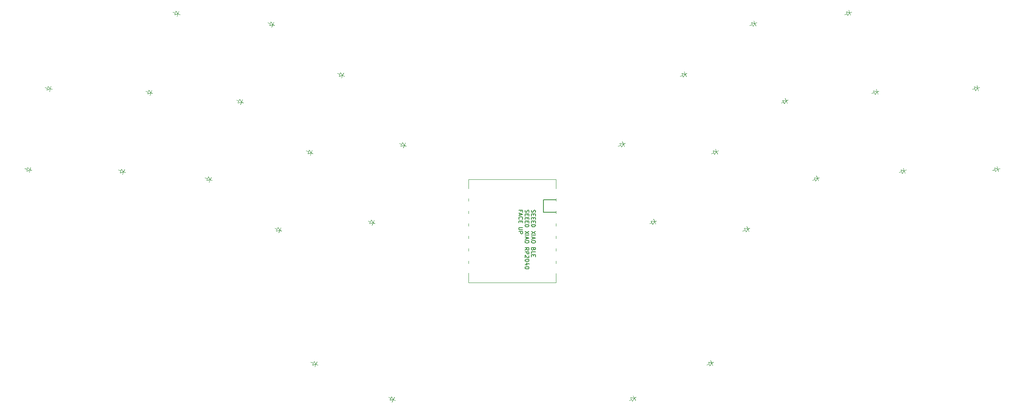
<source format=gto>
G04 #@! TF.GenerationSoftware,KiCad,Pcbnew,7.0.5-0*
G04 #@! TF.CreationDate,2023-07-18T22:32:37-04:00*
G04 #@! TF.ProjectId,tern,7465726e-2e6b-4696-9361-645f70636258,v1.0.0*
G04 #@! TF.SameCoordinates,Original*
G04 #@! TF.FileFunction,Legend,Top*
G04 #@! TF.FilePolarity,Positive*
%FSLAX46Y46*%
G04 Gerber Fmt 4.6, Leading zero omitted, Abs format (unit mm)*
G04 Created by KiCad (PCBNEW 7.0.5-0) date 2023-07-18 22:32:37*
%MOMM*%
%LPD*%
G01*
G04 APERTURE LIST*
G04 Aperture macros list*
%AMRotRect*
0 Rectangle, with rotation*
0 The origin of the aperture is its center*
0 $1 length*
0 $2 width*
0 $3 Rotation angle, in degrees counterclockwise*
0 Add horizontal line*
21,1,$1,$2,0,0,$3*%
G04 Aperture macros list end*
%ADD10C,0.150000*%
%ADD11C,0.100000*%
%ADD12C,0.120000*%
%ADD13O,2.750000X1.800000*%
%ADD14R,2.750000X1.800000*%
%ADD15C,1.701800*%
%ADD16C,3.000000*%
%ADD17C,3.429000*%
%ADD18RotRect,0.900000X1.200000X202.000000*%
%ADD19RotRect,0.900000X1.200000X158.000000*%
%ADD20RotRect,0.900000X1.200000X161.000000*%
%ADD21RotRect,0.900000X1.200000X199.000000*%
%ADD22C,2.200000*%
%ADD23RotRect,0.900000X1.200000X207.000000*%
%ADD24RotRect,0.900000X1.200000X166.000000*%
%ADD25RotRect,0.900000X1.200000X194.000000*%
%ADD26C,4.400000*%
%ADD27RotRect,0.900000X1.200000X153.000000*%
G04 APERTURE END LIST*
D10*
X236858801Y-165320646D02*
X236820705Y-165434932D01*
X236820705Y-165434932D02*
X236820705Y-165625408D01*
X236820705Y-165625408D02*
X236858801Y-165701599D01*
X236858801Y-165701599D02*
X236896896Y-165739694D01*
X236896896Y-165739694D02*
X236973086Y-165777789D01*
X236973086Y-165777789D02*
X237049277Y-165777789D01*
X237049277Y-165777789D02*
X237125467Y-165739694D01*
X237125467Y-165739694D02*
X237163562Y-165701599D01*
X237163562Y-165701599D02*
X237201658Y-165625408D01*
X237201658Y-165625408D02*
X237239753Y-165473027D01*
X237239753Y-165473027D02*
X237277848Y-165396837D01*
X237277848Y-165396837D02*
X237315943Y-165358742D01*
X237315943Y-165358742D02*
X237392134Y-165320646D01*
X237392134Y-165320646D02*
X237468324Y-165320646D01*
X237468324Y-165320646D02*
X237544515Y-165358742D01*
X237544515Y-165358742D02*
X237582610Y-165396837D01*
X237582610Y-165396837D02*
X237620705Y-165473027D01*
X237620705Y-165473027D02*
X237620705Y-165663504D01*
X237620705Y-165663504D02*
X237582610Y-165777789D01*
X237239753Y-166120647D02*
X237239753Y-166387313D01*
X236820705Y-166501599D02*
X236820705Y-166120647D01*
X236820705Y-166120647D02*
X237620705Y-166120647D01*
X237620705Y-166120647D02*
X237620705Y-166501599D01*
X237239753Y-166844457D02*
X237239753Y-167111123D01*
X236820705Y-167225409D02*
X236820705Y-166844457D01*
X236820705Y-166844457D02*
X237620705Y-166844457D01*
X237620705Y-166844457D02*
X237620705Y-167225409D01*
X237239753Y-167568267D02*
X237239753Y-167834933D01*
X236820705Y-167949219D02*
X236820705Y-167568267D01*
X236820705Y-167568267D02*
X237620705Y-167568267D01*
X237620705Y-167568267D02*
X237620705Y-167949219D01*
X236820705Y-168292077D02*
X237620705Y-168292077D01*
X237620705Y-168292077D02*
X237620705Y-168482553D01*
X237620705Y-168482553D02*
X237582610Y-168596839D01*
X237582610Y-168596839D02*
X237506420Y-168673029D01*
X237506420Y-168673029D02*
X237430229Y-168711124D01*
X237430229Y-168711124D02*
X237277848Y-168749220D01*
X237277848Y-168749220D02*
X237163562Y-168749220D01*
X237163562Y-168749220D02*
X237011181Y-168711124D01*
X237011181Y-168711124D02*
X236934991Y-168673029D01*
X236934991Y-168673029D02*
X236858801Y-168596839D01*
X236858801Y-168596839D02*
X236820705Y-168482553D01*
X236820705Y-168482553D02*
X236820705Y-168292077D01*
X237620705Y-169625410D02*
X236820705Y-170158744D01*
X237620705Y-170158744D02*
X236820705Y-169625410D01*
X236820705Y-170463506D02*
X237620705Y-170463506D01*
X237049277Y-170806362D02*
X237049277Y-171187315D01*
X236820705Y-170730172D02*
X237620705Y-170996839D01*
X237620705Y-170996839D02*
X236820705Y-171263505D01*
X237620705Y-171682553D02*
X237620705Y-171834934D01*
X237620705Y-171834934D02*
X237582610Y-171911124D01*
X237582610Y-171911124D02*
X237506420Y-171987315D01*
X237506420Y-171987315D02*
X237354039Y-172025410D01*
X237354039Y-172025410D02*
X237087372Y-172025410D01*
X237087372Y-172025410D02*
X236934991Y-171987315D01*
X236934991Y-171987315D02*
X236858801Y-171911124D01*
X236858801Y-171911124D02*
X236820705Y-171834934D01*
X236820705Y-171834934D02*
X236820705Y-171682553D01*
X236820705Y-171682553D02*
X236858801Y-171606362D01*
X236858801Y-171606362D02*
X236934991Y-171530172D01*
X236934991Y-171530172D02*
X237087372Y-171492076D01*
X237087372Y-171492076D02*
X237354039Y-171492076D01*
X237354039Y-171492076D02*
X237506420Y-171530172D01*
X237506420Y-171530172D02*
X237582610Y-171606362D01*
X237582610Y-171606362D02*
X237620705Y-171682553D01*
X237239753Y-173244457D02*
X237201658Y-173358743D01*
X237201658Y-173358743D02*
X237163562Y-173396838D01*
X237163562Y-173396838D02*
X237087372Y-173434934D01*
X237087372Y-173434934D02*
X236973086Y-173434934D01*
X236973086Y-173434934D02*
X236896896Y-173396838D01*
X236896896Y-173396838D02*
X236858801Y-173358743D01*
X236858801Y-173358743D02*
X236820705Y-173282553D01*
X236820705Y-173282553D02*
X236820705Y-172977791D01*
X236820705Y-172977791D02*
X237620705Y-172977791D01*
X237620705Y-172977791D02*
X237620705Y-173244457D01*
X237620705Y-173244457D02*
X237582610Y-173320648D01*
X237582610Y-173320648D02*
X237544515Y-173358743D01*
X237544515Y-173358743D02*
X237468324Y-173396838D01*
X237468324Y-173396838D02*
X237392134Y-173396838D01*
X237392134Y-173396838D02*
X237315943Y-173358743D01*
X237315943Y-173358743D02*
X237277848Y-173320648D01*
X237277848Y-173320648D02*
X237239753Y-173244457D01*
X237239753Y-173244457D02*
X237239753Y-172977791D01*
X236820705Y-174158743D02*
X236820705Y-173777791D01*
X236820705Y-173777791D02*
X237620705Y-173777791D01*
X237239753Y-174425410D02*
X237239753Y-174692076D01*
X236820705Y-174806362D02*
X236820705Y-174425410D01*
X236820705Y-174425410D02*
X237620705Y-174425410D01*
X237620705Y-174425410D02*
X237620705Y-174806362D01*
X235570801Y-165320646D02*
X235532705Y-165434932D01*
X235532705Y-165434932D02*
X235532705Y-165625408D01*
X235532705Y-165625408D02*
X235570801Y-165701599D01*
X235570801Y-165701599D02*
X235608896Y-165739694D01*
X235608896Y-165739694D02*
X235685086Y-165777789D01*
X235685086Y-165777789D02*
X235761277Y-165777789D01*
X235761277Y-165777789D02*
X235837467Y-165739694D01*
X235837467Y-165739694D02*
X235875562Y-165701599D01*
X235875562Y-165701599D02*
X235913658Y-165625408D01*
X235913658Y-165625408D02*
X235951753Y-165473027D01*
X235951753Y-165473027D02*
X235989848Y-165396837D01*
X235989848Y-165396837D02*
X236027943Y-165358742D01*
X236027943Y-165358742D02*
X236104134Y-165320646D01*
X236104134Y-165320646D02*
X236180324Y-165320646D01*
X236180324Y-165320646D02*
X236256515Y-165358742D01*
X236256515Y-165358742D02*
X236294610Y-165396837D01*
X236294610Y-165396837D02*
X236332705Y-165473027D01*
X236332705Y-165473027D02*
X236332705Y-165663504D01*
X236332705Y-165663504D02*
X236294610Y-165777789D01*
X235951753Y-166120647D02*
X235951753Y-166387313D01*
X235532705Y-166501599D02*
X235532705Y-166120647D01*
X235532705Y-166120647D02*
X236332705Y-166120647D01*
X236332705Y-166120647D02*
X236332705Y-166501599D01*
X235951753Y-166844457D02*
X235951753Y-167111123D01*
X235532705Y-167225409D02*
X235532705Y-166844457D01*
X235532705Y-166844457D02*
X236332705Y-166844457D01*
X236332705Y-166844457D02*
X236332705Y-167225409D01*
X235951753Y-167568267D02*
X235951753Y-167834933D01*
X235532705Y-167949219D02*
X235532705Y-167568267D01*
X235532705Y-167568267D02*
X236332705Y-167568267D01*
X236332705Y-167568267D02*
X236332705Y-167949219D01*
X235532705Y-168292077D02*
X236332705Y-168292077D01*
X236332705Y-168292077D02*
X236332705Y-168482553D01*
X236332705Y-168482553D02*
X236294610Y-168596839D01*
X236294610Y-168596839D02*
X236218420Y-168673029D01*
X236218420Y-168673029D02*
X236142229Y-168711124D01*
X236142229Y-168711124D02*
X235989848Y-168749220D01*
X235989848Y-168749220D02*
X235875562Y-168749220D01*
X235875562Y-168749220D02*
X235723181Y-168711124D01*
X235723181Y-168711124D02*
X235646991Y-168673029D01*
X235646991Y-168673029D02*
X235570801Y-168596839D01*
X235570801Y-168596839D02*
X235532705Y-168482553D01*
X235532705Y-168482553D02*
X235532705Y-168292077D01*
X236332705Y-169625410D02*
X235532705Y-170158744D01*
X236332705Y-170158744D02*
X235532705Y-169625410D01*
X235532705Y-170463506D02*
X236332705Y-170463506D01*
X235761277Y-170806362D02*
X235761277Y-171187315D01*
X235532705Y-170730172D02*
X236332705Y-170996839D01*
X236332705Y-170996839D02*
X235532705Y-171263505D01*
X236332705Y-171682553D02*
X236332705Y-171834934D01*
X236332705Y-171834934D02*
X236294610Y-171911124D01*
X236294610Y-171911124D02*
X236218420Y-171987315D01*
X236218420Y-171987315D02*
X236066039Y-172025410D01*
X236066039Y-172025410D02*
X235799372Y-172025410D01*
X235799372Y-172025410D02*
X235646991Y-171987315D01*
X235646991Y-171987315D02*
X235570801Y-171911124D01*
X235570801Y-171911124D02*
X235532705Y-171834934D01*
X235532705Y-171834934D02*
X235532705Y-171682553D01*
X235532705Y-171682553D02*
X235570801Y-171606362D01*
X235570801Y-171606362D02*
X235646991Y-171530172D01*
X235646991Y-171530172D02*
X235799372Y-171492076D01*
X235799372Y-171492076D02*
X236066039Y-171492076D01*
X236066039Y-171492076D02*
X236218420Y-171530172D01*
X236218420Y-171530172D02*
X236294610Y-171606362D01*
X236294610Y-171606362D02*
X236332705Y-171682553D01*
X235532705Y-173434934D02*
X235913658Y-173168267D01*
X235532705Y-172977791D02*
X236332705Y-172977791D01*
X236332705Y-172977791D02*
X236332705Y-173282553D01*
X236332705Y-173282553D02*
X236294610Y-173358743D01*
X236294610Y-173358743D02*
X236256515Y-173396838D01*
X236256515Y-173396838D02*
X236180324Y-173434934D01*
X236180324Y-173434934D02*
X236066039Y-173434934D01*
X236066039Y-173434934D02*
X235989848Y-173396838D01*
X235989848Y-173396838D02*
X235951753Y-173358743D01*
X235951753Y-173358743D02*
X235913658Y-173282553D01*
X235913658Y-173282553D02*
X235913658Y-172977791D01*
X235532705Y-173777791D02*
X236332705Y-173777791D01*
X236332705Y-173777791D02*
X236332705Y-174082553D01*
X236332705Y-174082553D02*
X236294610Y-174158743D01*
X236294610Y-174158743D02*
X236256515Y-174196838D01*
X236256515Y-174196838D02*
X236180324Y-174234934D01*
X236180324Y-174234934D02*
X236066039Y-174234934D01*
X236066039Y-174234934D02*
X235989848Y-174196838D01*
X235989848Y-174196838D02*
X235951753Y-174158743D01*
X235951753Y-174158743D02*
X235913658Y-174082553D01*
X235913658Y-174082553D02*
X235913658Y-173777791D01*
X236256515Y-174539695D02*
X236294610Y-174577791D01*
X236294610Y-174577791D02*
X236332705Y-174653981D01*
X236332705Y-174653981D02*
X236332705Y-174844457D01*
X236332705Y-174844457D02*
X236294610Y-174920648D01*
X236294610Y-174920648D02*
X236256515Y-174958743D01*
X236256515Y-174958743D02*
X236180324Y-174996838D01*
X236180324Y-174996838D02*
X236104134Y-174996838D01*
X236104134Y-174996838D02*
X235989848Y-174958743D01*
X235989848Y-174958743D02*
X235532705Y-174501600D01*
X235532705Y-174501600D02*
X235532705Y-174996838D01*
X236332705Y-175492077D02*
X236332705Y-175568267D01*
X236332705Y-175568267D02*
X236294610Y-175644458D01*
X236294610Y-175644458D02*
X236256515Y-175682553D01*
X236256515Y-175682553D02*
X236180324Y-175720648D01*
X236180324Y-175720648D02*
X236027943Y-175758743D01*
X236027943Y-175758743D02*
X235837467Y-175758743D01*
X235837467Y-175758743D02*
X235685086Y-175720648D01*
X235685086Y-175720648D02*
X235608896Y-175682553D01*
X235608896Y-175682553D02*
X235570801Y-175644458D01*
X235570801Y-175644458D02*
X235532705Y-175568267D01*
X235532705Y-175568267D02*
X235532705Y-175492077D01*
X235532705Y-175492077D02*
X235570801Y-175415886D01*
X235570801Y-175415886D02*
X235608896Y-175377791D01*
X235608896Y-175377791D02*
X235685086Y-175339696D01*
X235685086Y-175339696D02*
X235837467Y-175301600D01*
X235837467Y-175301600D02*
X236027943Y-175301600D01*
X236027943Y-175301600D02*
X236180324Y-175339696D01*
X236180324Y-175339696D02*
X236256515Y-175377791D01*
X236256515Y-175377791D02*
X236294610Y-175415886D01*
X236294610Y-175415886D02*
X236332705Y-175492077D01*
X236066039Y-176444458D02*
X235532705Y-176444458D01*
X236370801Y-176253982D02*
X235799372Y-176063505D01*
X235799372Y-176063505D02*
X235799372Y-176558744D01*
X236332705Y-177015887D02*
X236332705Y-177092077D01*
X236332705Y-177092077D02*
X236294610Y-177168268D01*
X236294610Y-177168268D02*
X236256515Y-177206363D01*
X236256515Y-177206363D02*
X236180324Y-177244458D01*
X236180324Y-177244458D02*
X236027943Y-177282553D01*
X236027943Y-177282553D02*
X235837467Y-177282553D01*
X235837467Y-177282553D02*
X235685086Y-177244458D01*
X235685086Y-177244458D02*
X235608896Y-177206363D01*
X235608896Y-177206363D02*
X235570801Y-177168268D01*
X235570801Y-177168268D02*
X235532705Y-177092077D01*
X235532705Y-177092077D02*
X235532705Y-177015887D01*
X235532705Y-177015887D02*
X235570801Y-176939696D01*
X235570801Y-176939696D02*
X235608896Y-176901601D01*
X235608896Y-176901601D02*
X235685086Y-176863506D01*
X235685086Y-176863506D02*
X235837467Y-176825410D01*
X235837467Y-176825410D02*
X236027943Y-176825410D01*
X236027943Y-176825410D02*
X236180324Y-176863506D01*
X236180324Y-176863506D02*
X236256515Y-176901601D01*
X236256515Y-176901601D02*
X236294610Y-176939696D01*
X236294610Y-176939696D02*
X236332705Y-177015887D01*
X234663753Y-165625408D02*
X234663753Y-165358742D01*
X234244705Y-165358742D02*
X235044705Y-165358742D01*
X235044705Y-165358742D02*
X235044705Y-165739694D01*
X234473277Y-166006360D02*
X234473277Y-166387313D01*
X234244705Y-165930170D02*
X235044705Y-166196837D01*
X235044705Y-166196837D02*
X234244705Y-166463503D01*
X234320896Y-167187313D02*
X234282801Y-167149217D01*
X234282801Y-167149217D02*
X234244705Y-167034932D01*
X234244705Y-167034932D02*
X234244705Y-166958741D01*
X234244705Y-166958741D02*
X234282801Y-166844455D01*
X234282801Y-166844455D02*
X234358991Y-166768265D01*
X234358991Y-166768265D02*
X234435181Y-166730170D01*
X234435181Y-166730170D02*
X234587562Y-166692074D01*
X234587562Y-166692074D02*
X234701848Y-166692074D01*
X234701848Y-166692074D02*
X234854229Y-166730170D01*
X234854229Y-166730170D02*
X234930420Y-166768265D01*
X234930420Y-166768265D02*
X235006610Y-166844455D01*
X235006610Y-166844455D02*
X235044705Y-166958741D01*
X235044705Y-166958741D02*
X235044705Y-167034932D01*
X235044705Y-167034932D02*
X235006610Y-167149217D01*
X235006610Y-167149217D02*
X234968515Y-167187313D01*
X234663753Y-167530170D02*
X234663753Y-167796836D01*
X234244705Y-167911122D02*
X234244705Y-167530170D01*
X234244705Y-167530170D02*
X235044705Y-167530170D01*
X235044705Y-167530170D02*
X235044705Y-167911122D01*
X235044705Y-168863504D02*
X234397086Y-168863504D01*
X234397086Y-168863504D02*
X234320896Y-168901599D01*
X234320896Y-168901599D02*
X234282801Y-168939694D01*
X234282801Y-168939694D02*
X234244705Y-169015885D01*
X234244705Y-169015885D02*
X234244705Y-169168266D01*
X234244705Y-169168266D02*
X234282801Y-169244456D01*
X234282801Y-169244456D02*
X234320896Y-169282551D01*
X234320896Y-169282551D02*
X234397086Y-169320647D01*
X234397086Y-169320647D02*
X235044705Y-169320647D01*
X234244705Y-169701599D02*
X235044705Y-169701599D01*
X235044705Y-169701599D02*
X235044705Y-170006361D01*
X235044705Y-170006361D02*
X235006610Y-170082551D01*
X235006610Y-170082551D02*
X234968515Y-170120646D01*
X234968515Y-170120646D02*
X234892324Y-170158742D01*
X234892324Y-170158742D02*
X234778039Y-170158742D01*
X234778039Y-170158742D02*
X234701848Y-170120646D01*
X234701848Y-170120646D02*
X234663753Y-170082551D01*
X234663753Y-170082551D02*
X234625658Y-170006361D01*
X234625658Y-170006361D02*
X234625658Y-169701599D01*
D11*
X268423252Y-137497014D02*
X268052378Y-137646857D01*
X268052378Y-137646857D02*
X268258412Y-138156808D01*
X268052378Y-137646857D02*
X267846345Y-137136906D01*
X268052378Y-137646857D02*
X267645911Y-138242494D01*
X267645911Y-138242494D02*
X267346225Y-137500747D01*
X267496068Y-137871621D02*
X267032476Y-138058924D01*
X267346225Y-137500747D02*
X268052378Y-137646857D01*
X184587469Y-127750085D02*
X184216595Y-127600242D01*
X184216595Y-127600242D02*
X184010562Y-128110193D01*
X184216595Y-127600242D02*
X184422629Y-127090291D01*
X184216595Y-127600242D02*
X183510442Y-127746352D01*
X183510442Y-127746352D02*
X183810128Y-127004605D01*
X183660285Y-127375478D02*
X183196693Y-127188175D01*
X183810128Y-127004605D02*
X184216595Y-127600242D01*
X282593302Y-127188175D02*
X282222428Y-127338018D01*
X282222428Y-127338018D02*
X282428462Y-127847969D01*
X282222428Y-127338018D02*
X282016395Y-126828067D01*
X282222428Y-127338018D02*
X281815961Y-127933655D01*
X281815961Y-127933655D02*
X281516275Y-127191908D01*
X281666118Y-127562782D02*
X281202526Y-127750085D01*
X281516275Y-127191908D02*
X282222428Y-127338018D01*
X154245294Y-157660847D02*
X153867087Y-157530620D01*
X153867087Y-157530620D02*
X153688024Y-158050655D01*
X153867087Y-157530620D02*
X154046149Y-157010585D01*
X153867087Y-157530620D02*
X153169548Y-157713486D01*
X153169548Y-157713486D02*
X153430003Y-156957072D01*
X153299775Y-157335279D02*
X152827016Y-157172495D01*
X153430003Y-156957072D02*
X153867087Y-157530620D01*
X198757521Y-138058928D02*
X198386647Y-137909085D01*
X198386647Y-137909085D02*
X198180614Y-138419036D01*
X198386647Y-137909085D02*
X198592681Y-137399134D01*
X198386647Y-137909085D02*
X197680494Y-138055195D01*
X197680494Y-138055195D02*
X197980180Y-137313448D01*
X197830337Y-137684321D02*
X197366745Y-137497018D01*
X197980180Y-137313448D02*
X198386647Y-137909085D01*
X312962986Y-157172494D02*
X312584779Y-157302721D01*
X312584779Y-157302721D02*
X312763841Y-157822756D01*
X312584779Y-157302721D02*
X312405716Y-156782686D01*
X312584779Y-157302721D02*
X312147695Y-157876269D01*
X312147695Y-157876269D02*
X311887240Y-157119855D01*
X312017467Y-157498062D02*
X311544708Y-157660846D01*
X311887240Y-157119855D02*
X312584779Y-157302721D01*
X204967178Y-168070426D02*
X204596304Y-167920583D01*
X204596304Y-167920583D02*
X204390271Y-168430534D01*
X204596304Y-167920583D02*
X204802338Y-167410632D01*
X204596304Y-167920583D02*
X203890151Y-168066693D01*
X203890151Y-168066693D02*
X204189837Y-167324946D01*
X204039994Y-167695819D02*
X203576402Y-167508516D01*
X204189837Y-167324946D02*
X204596304Y-167920583D01*
X193354372Y-196813126D02*
X192983498Y-196663283D01*
X192983498Y-196663283D02*
X192777465Y-197173234D01*
X192983498Y-196663283D02*
X193189532Y-196153332D01*
X192983498Y-196663283D02*
X192277345Y-196809393D01*
X192277345Y-196809393D02*
X192577031Y-196067646D01*
X192427188Y-196438519D02*
X191963596Y-196251216D01*
X192577031Y-196067646D02*
X192983498Y-196663283D01*
X186020893Y-169583181D02*
X185650019Y-169433338D01*
X185650019Y-169433338D02*
X185443986Y-169943289D01*
X185650019Y-169433338D02*
X185856053Y-168923387D01*
X185650019Y-169433338D02*
X184943866Y-169579448D01*
X184943866Y-169579448D02*
X185243552Y-168837701D01*
X185093709Y-169208574D02*
X184630117Y-169021271D01*
X185243552Y-168837701D02*
X185650019Y-169433338D01*
X258042993Y-203372230D02*
X257686590Y-203553826D01*
X257686590Y-203553826D02*
X257936285Y-204043880D01*
X257686590Y-203553826D02*
X257436896Y-203063773D01*
X257686590Y-203553826D02*
X257333583Y-204182623D01*
X257333583Y-204182623D02*
X256970390Y-203469818D01*
X257151986Y-203826221D02*
X256706483Y-204053216D01*
X256970390Y-203469818D02*
X257686590Y-203553826D01*
X135233377Y-157240052D02*
X134845259Y-157143284D01*
X134845259Y-157143284D02*
X134712201Y-157676946D01*
X134845259Y-157143284D02*
X134978316Y-156609621D01*
X134845259Y-157143284D02*
X134166312Y-157386249D01*
X134166312Y-157386249D02*
X134359850Y-156610012D01*
X134263081Y-156998131D02*
X133777933Y-156877170D01*
X134359850Y-156610012D02*
X134845259Y-157143284D01*
X332012070Y-156877171D02*
X331623952Y-156973939D01*
X331623952Y-156973939D02*
X331757009Y-157507602D01*
X331623952Y-156973939D02*
X331490894Y-156440277D01*
X331623952Y-156973939D02*
X331138543Y-157507211D01*
X331138543Y-157507211D02*
X330945005Y-156730974D01*
X331041774Y-157119092D02*
X330556626Y-157240053D01*
X330945005Y-156730974D02*
X331623952Y-156973939D01*
X255845290Y-151746394D02*
X255474416Y-151896237D01*
X255474416Y-151896237D02*
X255680450Y-152406188D01*
X255474416Y-151896237D02*
X255268383Y-151386286D01*
X255474416Y-151896237D02*
X255067949Y-152491874D01*
X255067949Y-152491874D02*
X254768263Y-151750127D01*
X254918106Y-152121001D02*
X254454514Y-152308304D01*
X254768263Y-151750127D02*
X255474416Y-151896237D01*
X295329927Y-158712422D02*
X294959053Y-158862265D01*
X294959053Y-158862265D02*
X295165087Y-159372216D01*
X294959053Y-158862265D02*
X294753020Y-158352314D01*
X294959053Y-158862265D02*
X294552586Y-159457902D01*
X294552586Y-159457902D02*
X294252900Y-158716155D01*
X294402743Y-159087029D02*
X293939151Y-159274332D01*
X294252900Y-158716155D02*
X294959053Y-158862265D01*
X165314608Y-125513211D02*
X164936401Y-125382984D01*
X164936401Y-125382984D02*
X164757338Y-125903019D01*
X164936401Y-125382984D02*
X165115463Y-124862949D01*
X164936401Y-125382984D02*
X164238862Y-125565850D01*
X164238862Y-125565850D02*
X164499317Y-124809436D01*
X164369089Y-125187643D02*
X163896330Y-125024859D01*
X164499317Y-124809436D02*
X164936401Y-125382984D01*
X327899400Y-140382143D02*
X327511282Y-140478911D01*
X327511282Y-140478911D02*
X327644339Y-141012574D01*
X327511282Y-140478911D02*
X327378224Y-139945249D01*
X327511282Y-140478911D02*
X327025873Y-141012183D01*
X327025873Y-141012183D02*
X326832335Y-140235946D01*
X326929104Y-140624064D02*
X326443956Y-140745025D01*
X326832335Y-140235946D02*
X327511282Y-140478911D01*
X192389208Y-153821051D02*
X192018334Y-153671208D01*
X192018334Y-153671208D02*
X191812301Y-154181159D01*
X192018334Y-153671208D02*
X192224368Y-153161257D01*
X192018334Y-153671208D02*
X191312181Y-153817318D01*
X191312181Y-153817318D02*
X191611867Y-153075571D01*
X191462024Y-153446444D02*
X190998432Y-153259141D01*
X191611867Y-153075571D02*
X192018334Y-153671208D01*
X274791569Y-153259144D02*
X274420695Y-153408987D01*
X274420695Y-153408987D02*
X274626729Y-153918938D01*
X274420695Y-153408987D02*
X274214662Y-152899036D01*
X274420695Y-153408987D02*
X274014228Y-154004624D01*
X274014228Y-154004624D02*
X273714542Y-153262877D01*
X273864385Y-153633751D02*
X273400793Y-153821054D01*
X273714542Y-153262877D02*
X274420695Y-153408987D01*
X178219159Y-143512208D02*
X177848285Y-143362365D01*
X177848285Y-143362365D02*
X177642252Y-143872316D01*
X177848285Y-143362365D02*
X178054319Y-142852414D01*
X177848285Y-143362365D02*
X177142132Y-143508475D01*
X177142132Y-143508475D02*
X177441818Y-142766728D01*
X177291975Y-143137601D02*
X176828383Y-142950298D01*
X177441818Y-142766728D02*
X177848285Y-143362365D01*
X139346048Y-140745022D02*
X138957930Y-140648254D01*
X138957930Y-140648254D02*
X138824872Y-141181916D01*
X138957930Y-140648254D02*
X139090987Y-140114591D01*
X138957930Y-140648254D02*
X138278983Y-140891219D01*
X138278983Y-140891219D02*
X138472521Y-140114982D01*
X138375752Y-140503101D02*
X137890604Y-140382140D01*
X138472521Y-140114982D02*
X138957930Y-140648254D01*
X301893669Y-125024865D02*
X301515462Y-125155092D01*
X301515462Y-125155092D02*
X301694524Y-125675127D01*
X301515462Y-125155092D02*
X301336399Y-124635057D01*
X301515462Y-125155092D02*
X301078378Y-125728640D01*
X301078378Y-125728640D02*
X300817923Y-124972226D01*
X300948150Y-125350433D02*
X300475391Y-125513217D01*
X300817923Y-124972226D02*
X301515462Y-125155092D01*
X281159880Y-169021266D02*
X280789006Y-169171109D01*
X280789006Y-169171109D02*
X280995040Y-169681060D01*
X280789006Y-169171109D02*
X280582973Y-168661158D01*
X280789006Y-169171109D02*
X280382539Y-169766746D01*
X280382539Y-169766746D02*
X280082853Y-169024999D01*
X280232696Y-169395873D02*
X279769104Y-169583176D01*
X280082853Y-169024999D02*
X280789006Y-169171109D01*
X171850842Y-159274333D02*
X171479968Y-159124490D01*
X171479968Y-159124490D02*
X171273935Y-159634441D01*
X171479968Y-159124490D02*
X171686002Y-158614539D01*
X171479968Y-159124490D02*
X170773815Y-159270600D01*
X170773815Y-159270600D02*
X171073501Y-158528853D01*
X170923658Y-158899726D02*
X170460066Y-158712423D01*
X171073501Y-158528853D02*
X171479968Y-159124490D01*
X262213598Y-167508519D02*
X261842724Y-167658362D01*
X261842724Y-167658362D02*
X262048758Y-168168313D01*
X261842724Y-167658362D02*
X261636691Y-167148411D01*
X261842724Y-167658362D02*
X261436257Y-168253999D01*
X261436257Y-168253999D02*
X261136571Y-167512252D01*
X261286414Y-167883126D02*
X260822822Y-168070429D01*
X261136571Y-167512252D02*
X261842724Y-167658362D01*
D12*
X224005001Y-159069582D02*
X241785001Y-159069582D01*
X224005001Y-160969582D02*
X224005001Y-159069582D01*
X224005001Y-162944582D02*
X224005001Y-163474582D01*
X224005001Y-165484582D02*
X224005001Y-166014582D01*
X224005001Y-168024582D02*
X224005001Y-168554582D01*
X224005001Y-170564582D02*
X224005001Y-171094582D01*
X224005001Y-173104582D02*
X224005001Y-173634582D01*
X224005001Y-175644582D02*
X224005001Y-176174582D01*
X224005001Y-180069582D02*
X224005001Y-178169582D01*
D10*
X239245001Y-163219582D02*
X239245001Y-165759582D01*
X239245001Y-163219582D02*
X241785001Y-163219582D01*
X239245001Y-165759582D02*
X241785001Y-165759582D01*
D12*
X241785001Y-159079582D02*
X241785001Y-160919582D01*
X241785001Y-162959582D02*
X241785001Y-163489582D01*
X241785001Y-165494582D02*
X241785001Y-166024582D01*
X241785001Y-168034582D02*
X241785001Y-168564582D01*
X241785001Y-170564582D02*
X241785001Y-171094582D01*
X241785001Y-173114582D02*
X241785001Y-173644582D01*
X241785001Y-175654582D02*
X241785001Y-176184582D01*
X241785001Y-178179582D02*
X241785001Y-180069582D01*
X241785001Y-180069582D02*
X224005001Y-180069582D01*
D11*
X159779951Y-141587030D02*
X159401744Y-141456803D01*
X159401744Y-141456803D02*
X159222681Y-141976838D01*
X159401744Y-141456803D02*
X159580806Y-140936768D01*
X159401744Y-141456803D02*
X158704205Y-141639669D01*
X158704205Y-141639669D02*
X158964660Y-140883255D01*
X158834432Y-141261462D02*
X158361673Y-141098678D01*
X158964660Y-140883255D02*
X159401744Y-141456803D01*
X273826404Y-196251217D02*
X273455530Y-196401060D01*
X273455530Y-196401060D02*
X273661564Y-196911011D01*
X273455530Y-196401060D02*
X273249497Y-195891109D01*
X273455530Y-196401060D02*
X273049063Y-196996697D01*
X273049063Y-196996697D02*
X272749377Y-196254950D01*
X272899220Y-196625824D02*
X272435628Y-196813127D01*
X272749377Y-196254950D02*
X273455530Y-196401060D01*
X209083516Y-204053213D02*
X208727113Y-203871617D01*
X208727113Y-203871617D02*
X208477419Y-204361670D01*
X208727113Y-203871617D02*
X208976808Y-203381563D01*
X208727113Y-203871617D02*
X208010913Y-203955625D01*
X208010913Y-203955625D02*
X208374106Y-203242820D01*
X208192509Y-203599222D02*
X207747006Y-203372227D01*
X208374106Y-203242820D02*
X208727113Y-203871617D01*
X288961615Y-142950298D02*
X288590741Y-143100141D01*
X288590741Y-143100141D02*
X288796775Y-143610092D01*
X288590741Y-143100141D02*
X288384708Y-142590190D01*
X288590741Y-143100141D02*
X288184274Y-143695778D01*
X288184274Y-143695778D02*
X287884588Y-142954031D01*
X288034431Y-143324905D02*
X287570839Y-143512208D01*
X287884588Y-142954031D02*
X288590741Y-143100141D01*
X307428324Y-141098677D02*
X307050117Y-141228904D01*
X307050117Y-141228904D02*
X307229179Y-141748939D01*
X307050117Y-141228904D02*
X306871054Y-140708869D01*
X307050117Y-141228904D02*
X306613033Y-141802452D01*
X306613033Y-141802452D02*
X306352578Y-141046038D01*
X306482805Y-141424245D02*
X306010046Y-141587029D01*
X306352578Y-141046038D02*
X307050117Y-141228904D01*
X211335489Y-152308302D02*
X210964615Y-152158459D01*
X210964615Y-152158459D02*
X210758582Y-152668410D01*
X210964615Y-152158459D02*
X211170649Y-151648508D01*
X210964615Y-152158459D02*
X210258462Y-152304569D01*
X210258462Y-152304569D02*
X210558148Y-151562822D01*
X210408305Y-151933695D02*
X209944713Y-151746392D01*
X210558148Y-151562822D02*
X210964615Y-152158459D01*
D13*
X224800001Y-161949582D03*
X224800001Y-164489582D03*
X224800001Y-167029582D03*
X224800001Y-169569582D03*
X224800001Y-172109582D03*
X224800001Y-174649582D03*
X224800001Y-177189582D03*
X240990001Y-177189582D03*
X240990001Y-174649582D03*
X240990001Y-172109582D03*
X240990001Y-169569582D03*
X240990001Y-167029582D03*
D14*
X240990001Y-164489582D03*
D13*
X240990001Y-161949582D03*
%LPC*%
D15*
X305523322Y-154763356D03*
D16*
X308786543Y-147346895D03*
D17*
X310723674Y-152972731D03*
D16*
X314230386Y-147799196D03*
D15*
X315924026Y-151182106D03*
X281406070Y-140933826D03*
D16*
X284276672Y-133356746D03*
D17*
X286505581Y-138873490D03*
D16*
X289736726Y-133523518D03*
D15*
X291605092Y-136813154D03*
D18*
X269257717Y-137159868D03*
X266198011Y-138396070D03*
D19*
X185421934Y-128087231D03*
X182362228Y-126851029D03*
D18*
X283427767Y-126851029D03*
X280368061Y-128087231D03*
D15*
X155400628Y-135108291D03*
D16*
X162538111Y-131273080D03*
D17*
X160600980Y-136898916D03*
D16*
X166549453Y-134981062D03*
D15*
X165801332Y-138689541D03*
X254658051Y-165492045D03*
D16*
X257528653Y-157914965D03*
D17*
X259757562Y-163431709D03*
D16*
X262988707Y-158081737D03*
D15*
X264857073Y-161371373D03*
D20*
X155096261Y-157953858D03*
X151976049Y-156879484D03*
D19*
X199591986Y-138396074D03*
X196532280Y-137159872D03*
D21*
X313813953Y-156879483D03*
X310693741Y-157953857D03*
D15*
X287774376Y-156695950D03*
D16*
X290644978Y-149118870D03*
D17*
X292873887Y-154635614D03*
D16*
X296105032Y-149285642D03*
D15*
X297973398Y-152575278D03*
X130306061Y-151167648D03*
D16*
X137082122Y-146724958D03*
D17*
X135642687Y-152498218D03*
D16*
X141401373Y-150069219D03*
D15*
X140979313Y-153828788D03*
X275037754Y-125171701D03*
D16*
X277908356Y-117594621D03*
D17*
X280137265Y-123111365D03*
D16*
X283368410Y-117761393D03*
D15*
X285236776Y-121051029D03*
X194723271Y-131359874D03*
D16*
X202051691Y-127903466D03*
D17*
X199822782Y-133420210D03*
D16*
X205863476Y-131816304D03*
D15*
X204922293Y-135480546D03*
D19*
X205801643Y-168407572D03*
X202741937Y-167171370D03*
D15*
X324810688Y-153828790D03*
D16*
X328707879Y-146724960D03*
D17*
X330147314Y-152498220D03*
D16*
X334091586Y-147650002D03*
D15*
X335483940Y-151167650D03*
D19*
X194188837Y-197150272D03*
X191129131Y-195914070D03*
D15*
X134418733Y-134672618D03*
D16*
X141194794Y-130229928D03*
D17*
X139755359Y-136003188D03*
D16*
X145514045Y-133574189D03*
D15*
X145091985Y-137333758D03*
X320698013Y-137333761D03*
D16*
X324595204Y-130229931D03*
D17*
X326034639Y-136003191D03*
D16*
X329978911Y-131154973D03*
D15*
X331371265Y-134672621D03*
D19*
X186855358Y-169920327D03*
X183795652Y-168684125D03*
D22*
X196990225Y-173799369D03*
D15*
X174184908Y-136813154D03*
D16*
X181513328Y-133356746D03*
D17*
X179284419Y-138873490D03*
D16*
X185325113Y-137269584D03*
D15*
X184383930Y-140933826D03*
D23*
X258844899Y-202963639D03*
X255904577Y-204461807D03*
D15*
X273604332Y-167004796D03*
D16*
X276474934Y-159427716D03*
D17*
X278703843Y-164944460D03*
D16*
X281934988Y-159594488D03*
D15*
X283803354Y-162884124D03*
D24*
X136106643Y-157457782D03*
X132904667Y-156659440D03*
D25*
X332885336Y-156659441D03*
X329683360Y-157457783D03*
D18*
X256679755Y-151409248D03*
X253620049Y-152645450D03*
D15*
X266270850Y-194234743D03*
D16*
X269141452Y-186657663D03*
D17*
X271370361Y-192174407D03*
D16*
X274601506Y-186824435D03*
D15*
X276469872Y-190114071D03*
X160935288Y-119034476D03*
D16*
X168072771Y-115199265D03*
D17*
X166135640Y-120825101D03*
D16*
X172084113Y-118907247D03*
D15*
X171335992Y-122615726D03*
D18*
X296164392Y-158375276D03*
X293104686Y-159611478D03*
D20*
X166165575Y-125806222D03*
X163045363Y-124731848D03*
D15*
X189320125Y-190114071D03*
D16*
X196648545Y-186657663D03*
D17*
X194419636Y-192174407D03*
D16*
X200460330Y-190570501D03*
D15*
X199519147Y-194234743D03*
D25*
X328772666Y-140164413D03*
X325570690Y-140962755D03*
D15*
X267236020Y-151242670D03*
D16*
X270106622Y-143665590D03*
D17*
X272335531Y-149182334D03*
D16*
X275566676Y-143832362D03*
D15*
X277435042Y-147121998D03*
D26*
X214496579Y-172513748D03*
D15*
X200932929Y-161371368D03*
D16*
X208261349Y-157914960D03*
D17*
X206032440Y-163431704D03*
D16*
X212073134Y-161827798D03*
D15*
X211131951Y-165492040D03*
D19*
X193223673Y-154158197D03*
X190163967Y-152921995D03*
D18*
X275626034Y-152921998D03*
X272566328Y-154158200D03*
D19*
X179053624Y-143849354D03*
X175993918Y-142613152D03*
D24*
X140219314Y-140962752D03*
X137017338Y-140164410D03*
D15*
X299988664Y-138689544D03*
D16*
X303251885Y-131273083D03*
D17*
X305189016Y-136898919D03*
D16*
X308695728Y-131725384D03*
D15*
X310389368Y-135108294D03*
X181986650Y-162884122D03*
D16*
X189315070Y-159427714D03*
D17*
X187086161Y-164944458D03*
D16*
X193126855Y-163340552D03*
D15*
X192185672Y-167004794D03*
D21*
X302744636Y-124731854D03*
X299624424Y-125806228D03*
D18*
X281994345Y-168684120D03*
X278934639Y-169920322D03*
D22*
X268799776Y-173799364D03*
D19*
X172685307Y-159611479D03*
X169625601Y-158375277D03*
D15*
X260867704Y-135480544D03*
D16*
X263738306Y-127903464D03*
D17*
X265967215Y-133420208D03*
D16*
X269198360Y-128070236D03*
D15*
X271066726Y-131359872D03*
D18*
X263048063Y-167171373D03*
X259988357Y-168407575D03*
D13*
X224800001Y-161949582D03*
X224800001Y-164489582D03*
X224800001Y-167029582D03*
X224800001Y-169569582D03*
X224800001Y-172109582D03*
X224800001Y-174649582D03*
X224800001Y-177189582D03*
X240990001Y-177189582D03*
X240990001Y-174649582D03*
X240990001Y-172109582D03*
X240990001Y-169569582D03*
X240990001Y-167029582D03*
D14*
X240990001Y-164489582D03*
D13*
X240990001Y-161949582D03*
D15*
X205648481Y-197028044D03*
D16*
X213250260Y-194223503D03*
D17*
X210549017Y-199524992D03*
D16*
X216706514Y-198453670D03*
D15*
X215449553Y-202021940D03*
D26*
X251293421Y-172513749D03*
D15*
X248289734Y-149729919D03*
D16*
X251160336Y-142152839D03*
D17*
X253389245Y-147669583D03*
D16*
X256620390Y-142319611D03*
D15*
X258488756Y-145609247D03*
X250340443Y-202021937D03*
D16*
X252539736Y-194223500D03*
D17*
X255240979Y-199524989D03*
D16*
X257993547Y-193913762D03*
D15*
X260141515Y-197028041D03*
X188354963Y-147121998D03*
D16*
X195683383Y-143665590D03*
D17*
X193454474Y-149182334D03*
D16*
X199495168Y-147578428D03*
D15*
X198553985Y-151242670D03*
X180553222Y-121051029D03*
D16*
X187881642Y-117594621D03*
D17*
X185652733Y-123111365D03*
D16*
X191693427Y-121507459D03*
D15*
X190752244Y-125171701D03*
D20*
X160630918Y-141880041D03*
X157510706Y-140805667D03*
D18*
X274660869Y-195914071D03*
X271601163Y-197150273D03*
D15*
X149865972Y-151182107D03*
D16*
X157003455Y-147346896D03*
D17*
X155066324Y-152972732D03*
D16*
X161014797Y-151054878D03*
D15*
X160266676Y-154763357D03*
D27*
X209885422Y-204461804D03*
X206945100Y-202963636D03*
D15*
X207301243Y-145609249D03*
D16*
X214629663Y-142152841D03*
D17*
X212400754Y-147669585D03*
D16*
X218441448Y-146065679D03*
D15*
X217500265Y-149729921D03*
D18*
X289796080Y-142613152D03*
X286736374Y-143849354D03*
D21*
X308279291Y-140805666D03*
X305159079Y-141880040D03*
D19*
X212169954Y-152645448D03*
X209110248Y-151409246D03*
D15*
X294454007Y-122615725D03*
D16*
X297717228Y-115199264D03*
D17*
X299654359Y-120825100D03*
D16*
X303161071Y-115651565D03*
D15*
X304854711Y-119034475D03*
X167816597Y-152575279D03*
D16*
X175145017Y-149118871D03*
D17*
X172916108Y-154635615D03*
D16*
X178956802Y-153031709D03*
D15*
X178015619Y-156695951D03*
%LPD*%
M02*

</source>
